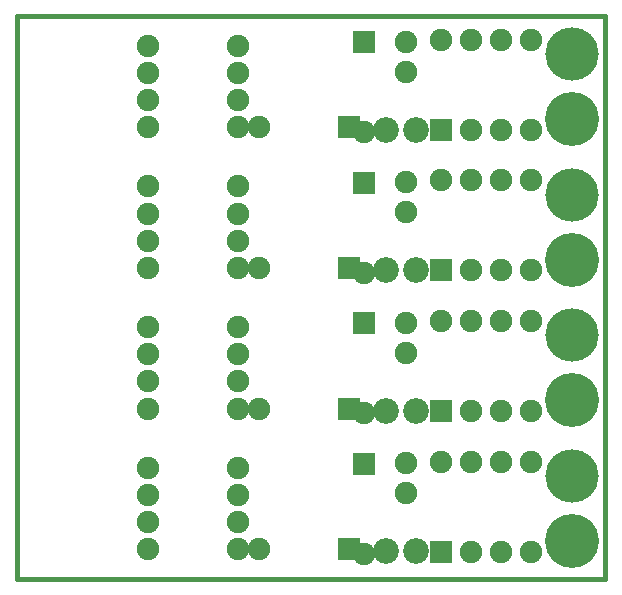
<source format=gbs>
G04 (created by PCBNEW-RS274X (2011-12-23 BZR 3325)-testing) date Sunday, March 18, 2012 05:57:35 PM*
G01*
G70*
G90*
%MOIN*%
G04 Gerber Fmt 3.4, Leading zero omitted, Abs format*
%FSLAX34Y34*%
G04 APERTURE LIST*
%ADD10C,0.006000*%
%ADD11C,0.015000*%
%ADD12C,0.180000*%
%ADD13C,0.177500*%
%ADD14C,0.075000*%
%ADD15R,0.075000X0.075000*%
%ADD16C,0.086000*%
G04 APERTURE END LIST*
G54D10*
G54D11*
X64370Y-42913D02*
X64370Y-24173D01*
X44764Y-42913D02*
X64370Y-42913D01*
X44764Y-24173D02*
X44764Y-42913D01*
X44764Y-24173D02*
X64370Y-24173D01*
G54D12*
X63267Y-27599D03*
G54D13*
X63267Y-25434D03*
G54D14*
X49130Y-26063D03*
X52130Y-26063D03*
X49130Y-25158D03*
X52130Y-25158D03*
X49130Y-26969D03*
X52130Y-26969D03*
X49130Y-27874D03*
X52130Y-27874D03*
G54D15*
X58893Y-27958D03*
G54D14*
X59893Y-27958D03*
X60893Y-27958D03*
X61893Y-27958D03*
X61893Y-24958D03*
X60893Y-24958D03*
X59893Y-24958D03*
X58893Y-24958D03*
G54D15*
X55831Y-27874D03*
G54D14*
X52831Y-27874D03*
G54D15*
X56339Y-25036D03*
G54D14*
X56339Y-28036D03*
X57717Y-25012D03*
X57717Y-26012D03*
G54D12*
X63267Y-32284D03*
G54D13*
X63267Y-30119D03*
G54D14*
X49130Y-30748D03*
X52130Y-30748D03*
X49130Y-29843D03*
X52130Y-29843D03*
X49130Y-31654D03*
X52130Y-31654D03*
X49130Y-32559D03*
X52130Y-32559D03*
G54D15*
X58893Y-32643D03*
G54D14*
X59893Y-32643D03*
X60893Y-32643D03*
X61893Y-32643D03*
X61893Y-29643D03*
X60893Y-29643D03*
X59893Y-29643D03*
X58893Y-29643D03*
G54D15*
X55831Y-32559D03*
G54D14*
X52831Y-32559D03*
G54D15*
X56339Y-29721D03*
G54D14*
X56339Y-32721D03*
X57717Y-29697D03*
X57717Y-30697D03*
G54D12*
X63267Y-36969D03*
G54D13*
X63267Y-34804D03*
G54D14*
X49130Y-35433D03*
X52130Y-35433D03*
X49130Y-34528D03*
X52130Y-34528D03*
X49130Y-36339D03*
X52130Y-36339D03*
X49130Y-37244D03*
X52130Y-37244D03*
G54D15*
X58893Y-37328D03*
G54D14*
X59893Y-37328D03*
X60893Y-37328D03*
X61893Y-37328D03*
X61893Y-34328D03*
X60893Y-34328D03*
X59893Y-34328D03*
X58893Y-34328D03*
G54D15*
X55831Y-37244D03*
G54D14*
X52831Y-37244D03*
G54D15*
X56339Y-34406D03*
G54D14*
X56339Y-37406D03*
X57717Y-34382D03*
X57717Y-35382D03*
G54D12*
X63267Y-41654D03*
G54D13*
X63267Y-39489D03*
G54D14*
X49130Y-40118D03*
X52130Y-40118D03*
X49130Y-39213D03*
X52130Y-39213D03*
X49130Y-41024D03*
X52130Y-41024D03*
X49130Y-41929D03*
X52130Y-41929D03*
G54D15*
X58893Y-42013D03*
G54D14*
X59893Y-42013D03*
X60893Y-42013D03*
X61893Y-42013D03*
X61893Y-39013D03*
X60893Y-39013D03*
X59893Y-39013D03*
X58893Y-39013D03*
G54D15*
X55831Y-41929D03*
G54D14*
X52831Y-41929D03*
G54D15*
X56339Y-39091D03*
G54D14*
X56339Y-42091D03*
X57717Y-39067D03*
X57717Y-40067D03*
G54D16*
X57059Y-42008D03*
X58059Y-42008D03*
X57059Y-37323D03*
X58059Y-37323D03*
X57059Y-32638D03*
X58059Y-32638D03*
X57059Y-27953D03*
X58059Y-27953D03*
M02*

</source>
